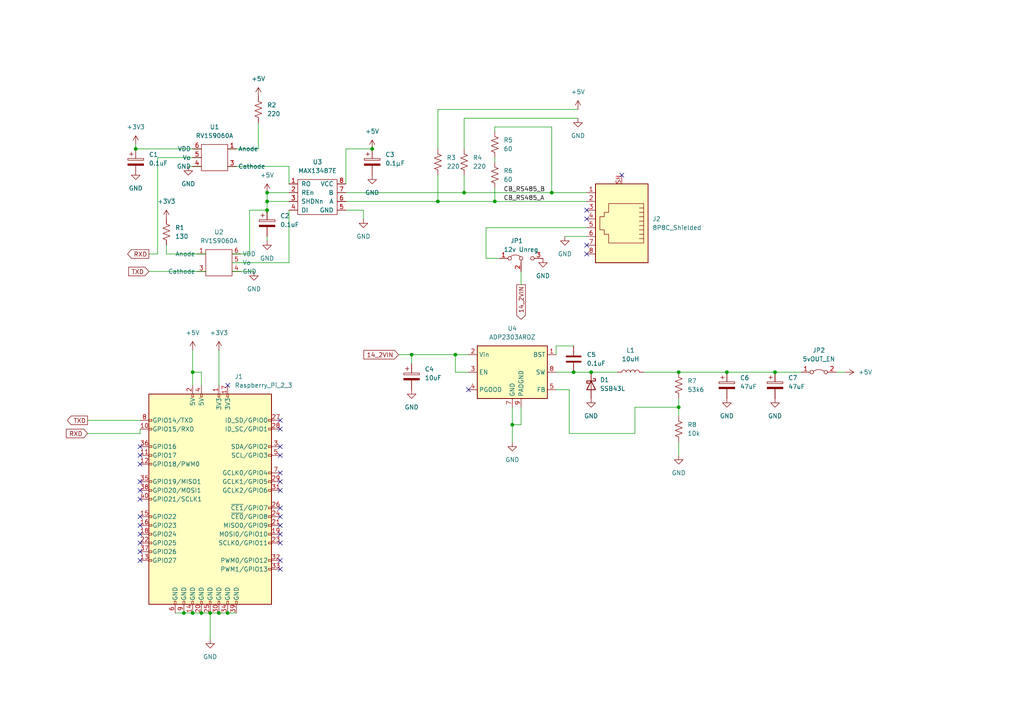
<source format=kicad_sch>
(kicad_sch (version 20211123) (generator eeschema)
  (paper "A4")
  (lib_symbols
    (symbol "Connector:8P8C_Shielded" (pin_names (offset 1.016))
      (property "Reference" "J" (at -5.08 13.97 0))
      (property "Value" "8P8C_Shielded" (at 2.54 13.97 0))
      (symbol "8P8C_Shielded_0_1"
        (polyline (pts (xy -5.08 4.445) (xy -6.35 4.445)))
        (polyline (pts (xy -5.08 5.715) (xy -6.35 5.715)))
        (polyline (pts (xy -6.35 -3.175) (xy -5.08 -3.175) (xy -5.08 -3.175)))
        (polyline (pts (xy -6.35 -1.905) (xy -5.08 -1.905) (xy -5.08 -1.905)))
        (polyline (pts (xy -6.35 -0.635) (xy -5.08 -0.635) (xy -5.08 -0.635)))
        (polyline (pts (xy -6.35 0.635) (xy -5.08 0.635) (xy -5.08 0.635)))
        (polyline (pts (xy -6.35 1.905) (xy -5.08 1.905) (xy -5.08 1.905)))
        (polyline (pts (xy -5.08 3.175) (xy -6.35 3.175) (xy -6.35 3.175)))
        (polyline (pts (xy -6.35 -4.445) (xy -6.35 6.985) (xy 3.81 6.985) (xy 3.81 4.445) (xy 5.08 4.445) (xy 5.08 3.175) (xy 6.35 3.175) (xy 6.35 -0.635) (xy 5.08 -0.635) (xy 5.08 -1.905) (xy 3.81 -1.905) (xy 3.81 -4.445) (xy -6.35 -4.445) (xy -6.35 -4.445)))
        (rectangle (start 7.62 12.7) (end -7.62 -10.16) (stroke (width 0.254)) (fill (type background)))
      )
      (symbol "8P8C_Shielded_1_1"
        (pin passive line (at 10.16 -7.62 180) (length 2.54) (name "~") (number "1"))
        (pin passive line (at 10.16 -5.08 180) (length 2.54) (name "~") (number "2"))
        (pin passive line (at 10.16 -2.54 180) (length 2.54) (name "~") (number "3"))
        (pin passive line (at 10.16 0 180) (length 2.54) (name "~") (number "4"))
        (pin passive line (at 10.16 2.54 180) (length 2.54) (name "~") (number "5"))
        (pin passive line (at 10.16 5.08 180) (length 2.54) (name "~") (number "6"))
        (pin passive line (at 10.16 7.62 180) (length 2.54) (name "~") (number "7"))
        (pin passive line (at 10.16 10.16 180) (length 2.54) (name "~") (number "8"))
        (pin passive line (at 0 -12.7 90) (length 2.54) (name "~") (number "SH"))
      )
    )
    (symbol "Connector:Raspberry_Pi_2_3" (pin_names (offset 1.016))
      (property "Reference" "J" (at -17.78 31.75 0))
      (property "Value" "Raspberry_Pi_2_3" (at 10.16 -31.75 0))
      (symbol "Raspberry_Pi_2_3_0_1"
        (rectangle (start -17.78 30.48) (end 17.78 -30.48) (stroke (width 0.254)) (fill (type background)))
      )
      (symbol "Raspberry_Pi_2_3_1_1"
        (rectangle (start -16.891 -17.526) (end -17.78 -18.034))
        (rectangle (start -16.891 -14.986) (end -17.78 -15.494))
        (rectangle (start -16.891 -12.446) (end -17.78 -12.954))
        (rectangle (start -16.891 -9.906) (end -17.78 -10.414))
        (rectangle (start -16.891 -7.366) (end -17.78 -7.874))
        (rectangle (start -16.891 -4.826) (end -17.78 -5.334))
        (rectangle (start -16.891 0.254) (end -17.78 -0.254))
        (rectangle (start -16.891 2.794) (end -17.78 2.286))
        (rectangle (start -16.891 5.334) (end -17.78 4.826))
        (rectangle (start -16.891 10.414) (end -17.78 9.906))
        (rectangle (start -16.891 12.954) (end -17.78 12.446))
        (rectangle (start -16.891 15.494) (end -17.78 14.986))
        (rectangle (start -16.891 20.574) (end -17.78 20.066))
        (rectangle (start -16.891 23.114) (end -17.78 22.606))
        (rectangle (start -10.414 -29.591) (end -9.906 -30.48))
        (rectangle (start -7.874 -29.591) (end -7.366 -30.48))
        (rectangle (start -5.334 -29.591) (end -4.826 -30.48))
        (rectangle (start -5.334 30.48) (end -4.826 29.591))
        (rectangle (start -2.794 -29.591) (end -2.286 -30.48))
        (rectangle (start -2.794 30.48) (end -2.286 29.591))
        (rectangle (start -0.254 -29.591) (end 0.254 -30.48))
        (rectangle (start 2.286 -29.591) (end 2.794 -30.48))
        (rectangle (start 2.286 30.48) (end 2.794 29.591))
        (rectangle (start 4.826 -29.591) (end 5.334 -30.48))
        (rectangle (start 4.826 30.48) (end 5.334 29.591))
        (rectangle (start 7.366 -29.591) (end 7.874 -30.48))
        (rectangle (start 17.78 -20.066) (end 16.891 -20.574))
        (rectangle (start 17.78 -17.526) (end 16.891 -18.034))
        (rectangle (start 17.78 -12.446) (end 16.891 -12.954))
        (rectangle (start 17.78 -9.906) (end 16.891 -10.414))
        (rectangle (start 17.78 -7.366) (end 16.891 -7.874))
        (rectangle (start 17.78 -4.826) (end 16.891 -5.334))
        (rectangle (start 17.78 -2.286) (end 16.891 -2.794))
        (rectangle (start 17.78 2.794) (end 16.891 2.286))
        (rectangle (start 17.78 5.334) (end 16.891 4.826))
        (rectangle (start 17.78 7.874) (end 16.891 7.366))
        (rectangle (start 17.78 12.954) (end 16.891 12.446))
        (rectangle (start 17.78 15.494) (end 16.891 14.986))
        (rectangle (start 17.78 20.574) (end 16.891 20.066))
        (rectangle (start 17.78 23.114) (end 16.891 22.606))
        (pin power_in line (at 2.54 33.02 270) (length 2.54) (name "3V3") (number "1"))
        (pin bidirectional line (at -20.32 20.32 0) (length 2.54) (name "GPIO15/RXD") (number "10"))
        (pin bidirectional line (at -20.32 12.7 0) (length 2.54) (name "GPIO17") (number "11"))
        (pin bidirectional line (at -20.32 10.16 0) (length 2.54) (name "GPIO18/PWM0") (number "12"))
        (pin bidirectional line (at -20.32 -17.78 0) (length 2.54) (name "GPIO27") (number "13"))
        (pin power_in line (at -5.08 -33.02 90) (length 2.54) (name "GND") (number "14"))
        (pin bidirectional line (at -20.32 -5.08 0) (length 2.54) (name "GPIO22") (number "15"))
        (pin bidirectional line (at -20.32 -7.62 0) (length 2.54) (name "GPIO23") (number "16"))
        (pin power_in line (at 5.08 33.02 270) (length 2.54) (name "3V3") (number "17"))
        (pin bidirectional line (at -20.32 -10.16 0) (length 2.54) (name "GPIO24") (number "18"))
        (pin bidirectional line (at 20.32 -10.16 180) (length 2.54) (name "MOSI0/GPIO10") (number "19"))
        (pin power_in line (at -5.08 33.02 270) (length 2.54) (name "5V") (number "2"))
        (pin power_in line (at -2.54 -33.02 90) (length 2.54) (name "GND") (number "20"))
        (pin bidirectional line (at 20.32 -7.62 180) (length 2.54) (name "MISO0/GPIO9") (number "21"))
        (pin bidirectional line (at -20.32 -12.7 0) (length 2.54) (name "GPIO25") (number "22"))
        (pin bidirectional line (at 20.32 -12.7 180) (length 2.54) (name "SCLK0/GPIO11") (number "23"))
        (pin bidirectional line (at 20.32 -5.08 180) (length 2.54) (name "~{CE0}/GPIO8") (number "24"))
        (pin power_in line (at 0 -33.02 90) (length 2.54) (name "GND") (number "25"))
        (pin bidirectional line (at 20.32 -2.54 180) (length 2.54) (name "~{CE1}/GPIO7") (number "26"))
        (pin bidirectional line (at 20.32 22.86 180) (length 2.54) (name "ID_SD/GPIO0") (number "27"))
        (pin bidirectional line (at 20.32 20.32 180) (length 2.54) (name "ID_SC/GPIO1") (number "28"))
        (pin bidirectional line (at 20.32 5.08 180) (length 2.54) (name "GCLK1/GPIO5") (number "29"))
        (pin bidirectional line (at 20.32 15.24 180) (length 2.54) (name "SDA/GPIO2") (number "3"))
        (pin power_in line (at 2.54 -33.02 90) (length 2.54) (name "GND") (number "30"))
        (pin bidirectional line (at 20.32 2.54 180) (length 2.54) (name "GCLK2/GPIO6") (number "31"))
        (pin bidirectional line (at 20.32 -17.78 180) (length 2.54) (name "PWM0/GPIO12") (number "32"))
        (pin bidirectional line (at 20.32 -20.32 180) (length 2.54) (name "PWM1/GPIO13") (number "33"))
        (pin power_in line (at 5.08 -33.02 90) (length 2.54) (name "GND") (number "34"))
        (pin bidirectional line (at -20.32 5.08 0) (length 2.54) (name "GPIO19/MISO1") (number "35"))
        (pin bidirectional line (at -20.32 15.24 0) (length 2.54) (name "GPIO16") (number "36"))
        (pin bidirectional line (at -20.32 -15.24 0) (length 2.54) (name "GPIO26") (number "37"))
        (pin bidirectional line (at -20.32 2.54 0) (length 2.54) (name "GPIO20/MOSI1") (number "38"))
        (pin power_in line (at 7.62 -33.02 90) (length 2.54) (name "GND") (number "39"))
        (pin power_in line (at -2.54 33.02 270) (length 2.54) (name "5V") (number "4"))
        (pin bidirectional line (at -20.32 0 0) (length 2.54) (name "GPIO21/SCLK1") (number "40"))
        (pin bidirectional line (at 20.32 12.7 180) (length 2.54) (name "SCL/GPIO3") (number "5"))
        (pin power_in line (at -10.16 -33.02 90) (length 2.54) (name "GND") (number "6"))
        (pin bidirectional line (at 20.32 7.62 180) (length 2.54) (name "GCLK0/GPIO4") (number "7"))
        (pin bidirectional line (at -20.32 22.86 0) (length 2.54) (name "GPIO14/TXD") (number "8"))
        (pin power_in line (at -7.62 -33.02 90) (length 2.54) (name "GND") (number "9"))
      )
    )
    (symbol "CustomComponents:MAX13487E" (pin_names (offset 1.016))
      (property "Reference" "U?" (at 5.715 19.05 0))
      (property "Value" "MAX13487E" (at 5.715 16.51 0))
      (symbol "MAX13487E_0_1"
        (rectangle (start 0 13.97) (end 11.43 3.81))
      )
      (symbol "MAX13487E_1_1"
        (pin input line (at -2.54 12.7 0) (length 2.54) (name "RO") (number "1"))
        (pin input line (at -2.54 10.16 0) (length 2.54) (name "REn") (number "2"))
        (pin input line (at -2.54 7.62 0) (length 2.54) (name "SHDNn") (number "3"))
        (pin input line (at -2.54 5.08 0) (length 2.54) (name "DI") (number "4"))
        (pin input line (at 13.97 5.08 180) (length 2.54) (name "GND") (number "5"))
        (pin input line (at 13.97 7.62 180) (length 2.54) (name "A") (number "6"))
        (pin input line (at 13.97 10.16 180) (length 2.54) (name "B") (number "7"))
        (pin input line (at 13.97 12.7 180) (length 2.54) (name "VCC") (number "8"))
      )
    )
    (symbol "CustomComponents:RV1S9060A"
      (property "Reference" "U?" (at 0 16.51 0))
      (property "Value" "RV1S9060A" (at 0 13.97 0))
      (symbol "RV1S9060A_0_1"
        (rectangle (start -3.81 11.43) (end 3.81 3.81))
      )
      (symbol "RV1S9060A_1_1"
        (pin input line (at -3.81 10.16 180) (length 2.54) (name "Anode") (number "1"))
        (pin input line (at -3.81 5.08 180) (length 2.54) (name "Cathode") (number "3"))
        (pin power_in line (at 3.81 5.08 0) (length 2.54) (name "GND") (number "4"))
        (pin output line (at 3.81 7.62 0) (length 2.54) (name "Vo") (number "5"))
        (pin power_in line (at 3.81 10.16 0) (length 2.54) (name "VDD") (number "6"))
      )
    )
    (symbol "Device:C" (pin_numbers hide) (pin_names (offset 0.254))
      (property "Reference" "C" (at 0.635 2.54 0))
      (property "Value" "C" (at 0.635 -2.54 0))
      (symbol "C_0_1"
        (polyline (pts (xy -2.032 -0.762) (xy 2.032 -0.762)) (stroke (width 0.508)))
        (polyline (pts (xy -2.032 0.762) (xy 2.032 0.762)) (stroke (width 0.508)))
      )
      (symbol "C_1_1"
        (pin passive line (at 0 3.81 270) (length 2.794) (name "~") (number "1"))
        (pin passive line (at 0 -3.81 90) (length 2.794) (name "~") (number "2"))
      )
    )
    (symbol "Device:C_Polarized" (pin_numbers hide) (pin_names (offset 0.254))
      (property "Reference" "C" (at 0.635 2.54 0))
      (property "Value" "C_Polarized" (at 0.635 -2.54 0))
      (symbol "C_Polarized_0_1"
        (rectangle (start -2.286 0.508) (end 2.286 1.016))
        (polyline (pts (xy -1.778 2.286) (xy -0.762 2.286)))
        (polyline (pts (xy -1.27 2.794) (xy -1.27 1.778)))
        (rectangle (start 2.286 -0.508) (end -2.286 -1.016) (fill (type outline)))
      )
      (symbol "C_Polarized_1_1"
        (pin passive line (at 0 3.81 270) (length 2.794) (name "~") (number "1"))
        (pin passive line (at 0 -3.81 90) (length 2.794) (name "~") (number "2"))
      )
    )
    (symbol "Device:D_Schottky" (pin_numbers hide) (pin_names (offset 1.016) hide)
      (property "Reference" "D" (at 0 2.54 0))
      (property "Value" "D_Schottky" (at 0 -2.54 0))
      (symbol "D_Schottky_0_1"
        (polyline (pts (xy 1.27 0) (xy -1.27 0)))
        (polyline (pts (xy 1.27 1.27) (xy 1.27 -1.27) (xy -1.27 0) (xy 1.27 1.27)) (stroke (width 0.254)))
        (polyline (pts (xy -1.905 0.635) (xy -1.905 1.27) (xy -1.27 1.27) (xy -1.27 -1.27) (xy -0.635 -1.27) (xy -0.635 -0.635)) (stroke (width 0.254)))
      )
      (symbol "D_Schottky_1_1"
        (pin passive line (at -3.81 0 0) (length 2.54) (name "K") (number "1"))
        (pin passive line (at 3.81 0 180) (length 2.54) (name "A") (number "2"))
      )
    )
    (symbol "Device:L" (pin_numbers hide) (pin_names (offset 1.016) hide)
      (property "Reference" "L" (at -1.27 0 90))
      (property "Value" "L" (at 1.905 0 90))
      (symbol "L_0_1"
        (arc (start 0 -2.54) (mid 0.635 -1.905) (end 0 -1.27))
        (arc (start 0 -1.27) (mid 0.635 -0.635) (end 0 0))
        (arc (start 0 0) (mid 0.635 0.635) (end 0 1.27))
        (arc (start 0 1.27) (mid 0.635 1.905) (end 0 2.54))
      )
      (symbol "L_1_1"
        (pin passive line (at 0 3.81 270) (length 1.27) (name "1") (number "1"))
        (pin passive line (at 0 -3.81 90) (length 1.27) (name "2") (number "2"))
      )
    )
    (symbol "Device:R_US" (pin_numbers hide) (pin_names (offset 0))
      (property "Reference" "R" (at 2.54 0 90))
      (property "Value" "R_US" (at -2.54 0 90))
      (symbol "R_US_0_1"
        (polyline (pts (xy 0 -2.286) (xy 0 -2.54)))
        (polyline (pts (xy 0 2.286) (xy 0 2.54)))
        (polyline (pts (xy 0 -0.762) (xy 1.016 -1.143) (xy 0 -1.524) (xy -1.016 -1.905) (xy 0 -2.286)))
        (polyline (pts (xy 0 0.762) (xy 1.016 0.381) (xy 0 0) (xy -1.016 -0.381) (xy 0 -0.762)))
        (polyline (pts (xy 0 2.286) (xy 1.016 1.905) (xy 0 1.524) (xy -1.016 1.143) (xy 0 0.762)))
      )
      (symbol "R_US_1_1"
        (pin passive line (at 0 3.81 270) (length 1.27) (name "~") (number "1"))
        (pin passive line (at 0 -3.81 90) (length 1.27) (name "~") (number "2"))
      )
    )
    (symbol "Jumper:Jumper_2_Bridged" (pin_names (offset 0) hide)
      (property "Reference" "JP" (at 0 1.905 0))
      (property "Value" "Jumper_2_Bridged" (at 0 -2.54 0))
      (symbol "Jumper_2_Bridged_0_0"
        (circle (center -2.032 0) (radius 0.508))
        (circle (center 2.032 0) (radius 0.508))
      )
      (symbol "Jumper_2_Bridged_0_1"
        (arc (start 1.524 0.254) (mid 0 0.762) (end -1.524 0.254))
      )
      (symbol "Jumper_2_Bridged_1_1"
        (pin passive line (at -5.08 0 0) (length 2.54) (name "A") (number "1"))
        (pin passive line (at 5.08 0 180) (length 2.54) (name "B") (number "2"))
      )
    )
    (symbol "Jumper:Jumper_3_Bridged12" (pin_names (offset 0) hide)
      (property "Reference" "JP" (at -2.54 -2.54 0))
      (property "Value" "Jumper_3_Bridged12" (at 0 2.794 0))
      (symbol "Jumper_3_Bridged12_0_0"
        (circle (center -3.302 0) (radius 0.508))
        (circle (center 0 0) (radius 0.508))
        (circle (center 3.302 0) (radius 0.508))
      )
      (symbol "Jumper_3_Bridged12_0_1"
        (arc (start -0.254 0.508) (mid -1.651 0.9912) (end -3.048 0.508))
        (polyline (pts (xy 0 -1.27) (xy 0 -0.508)))
      )
      (symbol "Jumper_3_Bridged12_1_1"
        (pin passive line (at -6.35 0 0) (length 2.54) (name "A") (number "1"))
        (pin passive line (at 0 -3.81 90) (length 2.54) (name "C") (number "2"))
        (pin passive line (at 6.35 0 180) (length 2.54) (name "B") (number "3"))
      )
    )
    (symbol "RV1S9060A_1"
      (property "Reference" "U?" (at 0 16.51 0))
      (property "Value" "RV1S9060A_1" (at 0 13.97 0))
      (symbol "RV1S9060A_1_0_1"
        (rectangle (start -3.81 11.43) (end 3.81 3.81))
      )
      (symbol "RV1S9060A_1_1_1"
        (pin input line (at -3.81 10.16 180) (length 2.54) (name "Anode") (number "1"))
        (pin input line (at -3.81 5.08 180) (length 2.54) (name "Cathode") (number "3"))
        (pin power_in line (at 3.81 5.08 0) (length 2.54) (name "GND") (number "4"))
        (pin output line (at 3.81 7.62 0) (length 2.54) (name "Vo") (number "5"))
        (pin power_in line (at 3.81 10.16 0) (length 2.54) (name "VDD") (number "6"))
      )
    )
    (symbol "Regulator_Switching:ADP2302ARDZ"
      (property "Reference" "U" (at -10.16 8.89 0))
      (property "Value" "ADP2302ARDZ" (at -3.81 8.89 0))
      (symbol "ADP2302ARDZ_0_1"
        (rectangle (start -10.16 7.62) (end 10.16 -7.62) (stroke (width 0.254)) (fill (type background)))
      )
      (symbol "ADP2302ARDZ_1_1"
        (pin input line (at 12.7 5.08 180) (length 2.54) (name "BST") (number "1"))
        (pin power_in line (at -12.7 5.08 0) (length 2.54) (name "Vin") (number "2"))
        (pin input line (at -12.7 0 0) (length 2.54) (name "EN") (number "3"))
        (pin output line (at -12.7 -5.08 0) (length 2.54) (name "PGOOD") (number "4"))
        (pin input line (at 12.7 -5.08 180) (length 2.54) (name "FB") (number "5"))
        (pin no_connect line (at -10.16 2.54 0) (length 2.54) hide (name "NC") (number "6"))
        (pin power_in line (at 0 -10.16 90) (length 2.54) (name "GND") (number "7"))
        (pin power_out line (at 12.7 0 180) (length 2.54) (name "SW") (number "8"))
        (pin power_in line (at 2.54 -10.16 90) (length 2.54) (name "PADGND") (number "9"))
      )
    )
    (symbol "power:+3V3" (power) (pin_names (offset 0))
      (property "Value" "+3V3" (at 0 3.556 0))
      (symbol "+3V3_0_1"
        (polyline (pts (xy -0.762 1.27) (xy 0 2.54)))
        (polyline (pts (xy 0 0) (xy 0 2.54)))
        (polyline (pts (xy 0 2.54) (xy 0.762 1.27)))
      )
      (symbol "+3V3_1_1"
        (pin power_in line (at 0 0 90) (length 0) hide (name "+3V3") (number "1"))
      )
    )
    (symbol "power:+5V" (power) (pin_names (offset 0))
      (property "Value" "+5V" (at 0 3.556 0))
      (symbol "+5V_0_1"
        (polyline (pts (xy -0.762 1.27) (xy 0 2.54)))
        (polyline (pts (xy 0 0) (xy 0 2.54)))
        (polyline (pts (xy 0 2.54) (xy 0.762 1.27)))
      )
      (symbol "+5V_1_1"
        (pin power_in line (at 0 0 90) (length 0) hide (name "+5V") (number "1"))
      )
    )
    (symbol "power:GND" (power) (pin_names (offset 0))
      (property "Value" "GND" (at 0 -3.81 0))
      (symbol "GND_0_1"
        (polyline (pts (xy 0 0) (xy 0 -1.27) (xy 1.27 -1.27) (xy 0 -2.54) (xy -1.27 -1.27) (xy 0 -1.27)))
      )
      (symbol "GND_1_1"
        (pin power_in line (at 0 0 270) (length 0) hide (name "GND") (number "1"))
      )
    )
  )
  (junction (at 143.51 58.42))
  (junction (at 119.38 102.87))
  (junction (at 77.47 60.96))
  (junction (at 127 58.42))
  (junction (at 210.82 107.95))
  (junction (at 53.34 177.8))
  (junction (at 77.47 55.88))
  (junction (at 171.45 107.95))
  (junction (at 196.85 118.11))
  (junction (at 63.5 177.8))
  (junction (at 60.96 177.8))
  (junction (at 66.04 177.8))
  (junction (at 58.42 177.8))
  (junction (at 160.02 55.88))
  (junction (at 134.62 55.88))
  (junction (at 107.95 43.18))
  (junction (at 55.88 107.95))
  (junction (at 55.88 177.8))
  (junction (at 224.79 107.95))
  (junction (at 196.85 107.95))
  (junction (at 166.37 107.95))
  (junction (at 148.59 123.19))
  (junction (at 132.08 102.87))
  (junction (at 77.47 58.42))
  (junction (at 39.37 43.18))
  (no_connect (at 170.18 60.96))
  (no_connect (at 170.18 63.5))
  (no_connect (at 170.18 71.12))
  (no_connect (at 170.18 73.66))
  (no_connect (at 180.34 50.8))
  (no_connect (at 66.04 111.76))
  (no_connect (at 81.28 139.7))
  (no_connect (at 81.28 142.24))
  (no_connect (at 81.28 147.32))
  (no_connect (at 81.28 149.86))
  (no_connect (at 81.28 152.4))
  (no_connect (at 81.28 154.94))
  (no_connect (at 81.28 157.48))
  (no_connect (at 81.28 162.56))
  (no_connect (at 81.28 165.1))
  (no_connect (at 40.64 162.56))
  (no_connect (at 40.64 160.02))
  (no_connect (at 40.64 157.48))
  (no_connect (at 40.64 154.94))
  (no_connect (at 40.64 152.4))
  (no_connect (at 40.64 149.86))
  (no_connect (at 40.64 144.78))
  (no_connect (at 40.64 142.24))
  (no_connect (at 40.64 139.7))
  (no_connect (at 81.28 121.92))
  (no_connect (at 81.28 124.46))
  (no_connect (at 81.28 129.54))
  (no_connect (at 81.28 132.08))
  (no_connect (at 81.28 137.16))
  (no_connect (at 40.64 129.54))
  (no_connect (at 40.64 134.62))
  (no_connect (at 40.64 132.08))
  (no_connect (at 135.89 113.03))
  (wire (pts (xy 58.42 177.8) (xy 60.96 177.8)))
  (wire (pts (xy 151.13 123.19) (xy 148.59 123.19)))
  (wire (pts (xy 25.4 121.92) (xy 40.64 121.92)))
  (wire (pts (xy 143.51 54.61) (xy 143.51 58.42)))
  (wire (pts (xy 127 58.42) (xy 143.51 58.42)))
  (wire (pts (xy 55.88 177.8) (xy 58.42 177.8)))
  (wire (pts (xy 83.82 53.34) (xy 83.82 48.26)))
  (wire (pts (xy 134.62 34.29) (xy 134.62 43.18)))
  (wire (pts (xy 165.1 125.73) (xy 184.15 125.73)))
  (wire (pts (xy 100.33 60.96) (xy 105.41 60.96)))
  (wire (pts (xy 50.8 177.8) (xy 53.34 177.8)))
  (wire (pts (xy 184.15 118.11) (xy 196.85 118.11)))
  (wire (pts (xy 55.88 101.6) (xy 55.88 107.95)))
  (wire (pts (xy 161.29 113.03) (xy 165.1 113.03)))
  (wire (pts (xy 25.4 125.73) (xy 40.64 125.73)))
  (wire (pts (xy 140.97 74.93) (xy 144.78 74.93)))
  (wire (pts (xy 72.39 60.96) (xy 72.39 73.66)))
  (wire (pts (xy 163.83 68.58) (xy 170.18 68.58)))
  (wire (pts (xy 132.08 107.95) (xy 132.08 102.87)))
  (wire (pts (xy 143.51 36.83) (xy 160.02 36.83)))
  (wire (pts (xy 77.47 60.96) (xy 77.47 58.42)))
  (wire (pts (xy 77.47 55.88) (xy 83.82 55.88)))
  (wire (pts (xy 83.82 48.26) (xy 66.04 48.26)))
  (wire (pts (xy 67.31 78.74) (xy 73.66 78.74)))
  (wire (pts (xy 151.13 118.11) (xy 151.13 123.19)))
  (wire (pts (xy 67.31 76.2) (xy 83.82 76.2)))
  (wire (pts (xy 63.5 101.6) (xy 63.5 111.76)))
  (wire (pts (xy 48.26 71.12) (xy 48.26 73.66)))
  (wire (pts (xy 171.45 107.95) (xy 179.07 107.95)))
  (wire (pts (xy 60.96 177.8) (xy 60.96 185.42)))
  (wire (pts (xy 58.42 107.95) (xy 55.88 107.95)))
  (wire (pts (xy 100.33 43.18) (xy 100.33 53.34)))
  (wire (pts (xy 143.51 45.72) (xy 143.51 46.99)))
  (wire (pts (xy 186.69 107.95) (xy 196.85 107.95)))
  (wire (pts (xy 119.38 102.87) (xy 119.38 105.41)))
  (wire (pts (xy 74.93 35.56) (xy 74.93 43.18)))
  (wire (pts (xy 210.82 107.95) (xy 224.79 107.95)))
  (wire (pts (xy 148.59 118.11) (xy 148.59 123.19)))
  (wire (pts (xy 72.39 73.66) (xy 67.31 73.66)))
  (wire (pts (xy 127 31.75) (xy 167.64 31.75)))
  (wire (pts (xy 151.13 78.74) (xy 151.13 82.55)))
  (wire (pts (xy 134.62 34.29) (xy 167.64 34.29)))
  (wire (pts (xy 140.97 66.04) (xy 170.18 66.04)))
  (wire (pts (xy 160.02 55.88) (xy 170.18 55.88)))
  (wire (pts (xy 77.47 60.96) (xy 72.39 60.96)))
  (wire (pts (xy 184.15 125.73) (xy 184.15 118.11)))
  (wire (pts (xy 45.72 73.66) (xy 45.72 45.72)))
  (wire (pts (xy 148.59 123.19) (xy 148.59 128.27)))
  (wire (pts (xy 242.57 107.95) (xy 245.11 107.95)))
  (wire (pts (xy 107.95 43.18) (xy 100.33 43.18)))
  (wire (pts (xy 63.5 177.8) (xy 66.04 177.8)))
  (wire (pts (xy 132.08 102.87) (xy 135.89 102.87)))
  (wire (pts (xy 196.85 107.95) (xy 210.82 107.95)))
  (wire (pts (xy 127 43.18) (xy 127 31.75)))
  (wire (pts (xy 58.42 43.18) (xy 39.37 43.18)))
  (wire (pts (xy 196.85 128.27) (xy 196.85 132.08)))
  (wire (pts (xy 77.47 62.23) (xy 77.47 60.96)))
  (wire (pts (xy 115.57 102.87) (xy 119.38 102.87)))
  (wire (pts (xy 196.85 115.57) (xy 196.85 118.11)))
  (wire (pts (xy 119.38 102.87) (xy 132.08 102.87)))
  (wire (pts (xy 165.1 113.03) (xy 165.1 125.73)))
  (wire (pts (xy 53.34 177.8) (xy 55.88 177.8)))
  (wire (pts (xy 166.37 107.95) (xy 171.45 107.95)))
  (wire (pts (xy 39.37 50.8) (xy 39.37 49.53)))
  (wire (pts (xy 100.33 55.88) (xy 134.62 55.88)))
  (wire (pts (xy 66.04 177.8) (xy 68.58 177.8)))
  (wire (pts (xy 43.18 73.66) (xy 45.72 73.66)))
  (wire (pts (xy 140.97 66.04) (xy 140.97 74.93)))
  (wire (pts (xy 105.41 60.96) (xy 105.41 63.5)))
  (wire (pts (xy 161.29 100.33) (xy 166.37 100.33)))
  (wire (pts (xy 134.62 55.88) (xy 160.02 55.88)))
  (wire (pts (xy 143.51 36.83) (xy 143.51 38.1)))
  (wire (pts (xy 45.72 45.72) (xy 58.42 45.72)))
  (wire (pts (xy 77.47 58.42) (xy 77.47 55.88)))
  (wire (pts (xy 74.93 43.18) (xy 66.04 43.18)))
  (wire (pts (xy 39.37 43.18) (xy 39.37 41.91)))
  (wire (pts (xy 58.42 111.76) (xy 58.42 107.95)))
  (wire (pts (xy 135.89 107.95) (xy 132.08 107.95)))
  (wire (pts (xy 127 50.8) (xy 127 58.42)))
  (wire (pts (xy 161.29 102.87) (xy 161.29 100.33)))
  (wire (pts (xy 161.29 107.95) (xy 166.37 107.95)))
  (wire (pts (xy 60.96 177.8) (xy 63.5 177.8)))
  (wire (pts (xy 83.82 76.2) (xy 83.82 60.96)))
  (wire (pts (xy 196.85 118.11) (xy 196.85 120.65)))
  (wire (pts (xy 134.62 50.8) (xy 134.62 55.88)))
  (wire (pts (xy 160.02 36.83) (xy 160.02 55.88)))
  (wire (pts (xy 77.47 58.42) (xy 83.82 58.42)))
  (wire (pts (xy 143.51 58.42) (xy 170.18 58.42)))
  (wire (pts (xy 55.88 107.95) (xy 55.88 111.76)))
  (wire (pts (xy 54.61 48.26) (xy 58.42 48.26)))
  (wire (pts (xy 40.64 125.73) (xy 40.64 124.46)))
  (wire (pts (xy 100.33 58.42) (xy 127 58.42)))
  (wire (pts (xy 48.26 73.66) (xy 59.69 73.66)))
  (wire (pts (xy 224.79 107.95) (xy 232.41 107.95)))
  (wire (pts (xy 43.18 78.74) (xy 59.69 78.74)))
  (wire (pts (xy 77.47 69.85) (xy 77.47 68.58)))
  (label "CB_RS485_A" (at 146.05 58.42 0))
  (label "CB_RS485_B" (at 146.05 55.88 0))
  (global_label "RXD" (shape input) (at 25.4 125.73 180) (property "Intersheet References" "${INTERSHEET_REFS}" (effects hide)))
  (global_label "14_2VIN" (shape output) (at 151.13 82.55 270) (property "Intersheet References" "${INTERSHEET_REFS}" (effects hide)))
  (global_label "TXD" (shape input) (at 43.18 78.74 180) (property "Intersheet References" "${INTERSHEET_REFS}" (effects hide)))
  (global_label "TXD" (shape output) (at 25.4 121.92 180) (property "Intersheet References" "${INTERSHEET_REFS}" (effects hide)))
  (global_label "RXD" (shape output) (at 43.18 73.66 180) (property "Intersheet References" "${INTERSHEET_REFS}" (effects hide)))
  (global_label "14_2VIN" (shape input) (at 115.57 102.87 180) (property "Intersheet References" "${INTERSHEET_REFS}" (effects hide)))
  (symbol (lib_id "Device:C") (at 166.37 104.14 180) (unit 1)
    (property "Reference" "C5" (at 170.18 102.8699 0) (effects (justify right)))
    (property "Value" "0.1uF" (at 170.18 105.4099 0) (effects (justify right)))
    (property "Footprint" "Capacitor_SMD:C_1210_3225Metric_Pad1.33x2.70mm_HandSolder" (effects hide))
  )
  (symbol (lib_id "power:GND") (at 54.61 48.26 0) (unit 1)
    (property "Reference" "#PWR04" (effects hide))
    (property "Value" "GND" (at 54.61 53.34 0))
  )
  (symbol (lib_name "RV1S9060A_1") (lib_id "CustomComponents:RV1S9060A") (at 62.23 53.34 0) (mirror y) (unit 1)
    (property "Reference" "U1" (at 62.23 36.83 0))
    (property "Value" "RV1S9060A" (at 62.23 39.37 0))
    (property "Footprint" "Package_SO:SO-5_4.4x3.6mm_P1.27mm" (effects hide))
    (property "Datasheet" "https://au.mouser.com/datasheet/2/698/REN_r08ds0168ej0101_rv1s9060a_DST_20200306-2930955.pdf" (effects hide))
  )
  (symbol (lib_id "Jumper:Jumper_3_Bridged12") (at 151.13 74.93 0) (unit 1)
    (property "Reference" "JP1" (at 149.86 69.85 0))
    (property "Value" "12v Unreg" (at 151.13 72.39 0))
    (property "Footprint" "Connector_PinHeader_2.54mm:PinHeader_1x03_P2.54mm_Vertical" (effects hide))
  )
  (symbol (lib_id "power:GND") (at 167.64 34.29 0) (unit 1)
    (property "Reference" "#PWR019" (effects hide))
    (property "Value" "GND" (at 167.64 39.37 0))
  )
  (symbol (lib_id "power:GND") (at 77.47 69.85 0) (unit 1)
    (property "Reference" "#PWR011" (effects hide))
    (property "Value" "GND" (at 77.47 74.93 0))
  )
  (symbol (lib_id "Device:R_US") (at 127 46.99 180) (unit 1)
    (property "Reference" "R3" (at 129.54 45.7199 0) (effects (justify right)))
    (property "Value" "220" (at 129.54 48.2599 0) (effects (justify right)))
    (property "Footprint" "Resistor_SMD:R_1210_3225Metric_Pad1.30x2.65mm_HandSolder" (effects hide))
  )
  (symbol (lib_id "Device:R_US") (at 143.51 50.8 0) (unit 1)
    (property "Reference" "R6" (at 146.05 49.5299 0) (effects (justify left)))
    (property "Value" "60" (at 146.05 52.0699 0) (effects (justify left)))
    (property "Footprint" "Resistor_SMD:R_1210_3225Metric_Pad1.30x2.65mm_HandSolder" (effects hide))
  )
  (symbol (lib_id "power:GND") (at 39.37 49.53 0) (unit 1)
    (property "Reference" "#PWR02" (effects hide))
    (property "Value" "GND" (at 39.37 54.61 0))
  )
  (symbol (lib_id "Jumper:Jumper_2_Bridged") (at 237.49 107.95 0) (unit 1)
    (property "Reference" "JP2" (at 237.49 101.6 0))
    (property "Value" "5vOUT_EN" (at 237.49 104.14 0))
    (property "Footprint" "Connector_PinHeader_2.54mm:PinHeader_2x01_P2.54mm_Vertical" (effects hide))
  )
  (symbol (lib_id "Device:C_Polarized") (at 77.47 64.77 0) (unit 1)
    (property "Reference" "C2" (at 81.28 62.6109 0) (effects (justify left)))
    (property "Value" "0.1uF" (at 81.28 65.1509 0) (effects (justify left)))
    (property "Footprint" "Capacitor_SMD:C_1210_3225Metric_Pad1.33x2.70mm_HandSolder" (effects hide))
  )
  (symbol (lib_id "Device:C_Polarized") (at 224.79 111.76 0) (unit 1)
    (property "Reference" "C7" (at 228.6 109.6009 0) (effects (justify left)))
    (property "Value" "47uF" (at 228.6 112.1409 0) (effects (justify left)))
    (property "Footprint" "Capacitor_SMD:C_1210_3225Metric_Pad1.33x2.70mm_HandSolder" (effects hide))
  )
  (symbol (lib_id "power:+5V") (at 77.47 55.88 0) (unit 1)
    (property "Reference" "#PWR010" (effects hide))
    (property "Value" "+5V" (at 77.47 50.8 0))
  )
  (symbol (lib_id "Device:R_US") (at 134.62 46.99 0) (unit 1)
    (property "Reference" "R4" (at 137.16 45.7199 0) (effects (justify left)))
    (property "Value" "220" (at 137.16 48.2599 0) (effects (justify left)))
    (property "Footprint" "Resistor_SMD:R_1210_3225Metric_Pad1.30x2.65mm_HandSolder" (effects hide))
  )
  (symbol (lib_id "Connector:8P8C_Shielded") (at 180.34 63.5 180) (unit 1)
    (property "Reference" "J2" (at 189.23 63.4999 0) (effects (justify right)))
    (property "Value" "8P8C_Shielded" (at 189.23 66.0399 0) (effects (justify right)))
    (property "Footprint" "Connector_RJ:RJ45_Wuerth_615008142621_Horizontal" (effects hide))
  )
  (symbol (lib_id "power:GND") (at 210.82 115.57 0) (unit 1)
    (property "Reference" "#PWR022" (effects hide))
    (property "Value" "GND" (at 210.82 120.65 0))
  )
  (symbol (lib_id "Device:C_Polarized") (at 119.38 109.22 0) (unit 1)
    (property "Reference" "C4" (at 123.19 107.0609 0) (effects (justify left)))
    (property "Value" "10uF" (at 123.19 109.6009 0) (effects (justify left)))
    (property "Footprint" "Capacitor_SMD:C_1210_3225Metric_Pad1.33x2.70mm_HandSolder" (effects hide))
  )
  (symbol (lib_id "CustomComponents:RV1S9060A") (at 63.5 83.82 0) (unit 1)
    (property "Reference" "U2" (at 63.5 67.31 0))
    (property "Value" "RV1S9060A" (at 63.5 69.85 0))
    (property "Footprint" "Package_SO:SO-5_4.4x3.6mm_P1.27mm" (effects hide))
    (property "Datasheet" "https://au.mouser.com/datasheet/2/698/REN_r08ds0168ej0101_rv1s9060a_DST_20200306-2930955.pdf" (effects hide))
  )
  (symbol (lib_id "Device:R_US") (at 48.26 67.31 0) (unit 1)
    (property "Reference" "R1" (at 50.8 66.0399 0) (effects (justify left)))
    (property "Value" "130" (at 50.8 68.5799 0) (effects (justify left)))
    (property "Footprint" "Resistor_SMD:R_1210_3225Metric_Pad1.30x2.65mm_HandSolder" (effects hide))
  )
  (symbol (lib_id "power:GND") (at 107.95 50.8 0) (unit 1)
    (property "Reference" "#PWR014" (effects hide))
    (property "Value" "GND" (at 107.95 55.88 0))
  )
  (symbol (lib_id "power:+5V") (at 167.64 31.75 0) (unit 1)
    (property "Reference" "#PWR018" (effects hide))
    (property "Value" "+5V" (at 167.64 26.67 0))
  )
  (symbol (lib_id "Device:C_Polarized") (at 39.37 46.99 0) (unit 1)
    (property "Reference" "C1" (at 43.18 44.8309 0) (effects (justify left)))
    (property "Value" "0.1uF" (at 43.18 47.3709 0) (effects (justify left)))
    (property "Footprint" "Capacitor_SMD:C_1210_3225Metric_Pad1.33x2.70mm_HandSolder" (effects hide))
  )
  (symbol (lib_id "power:+3V3") (at 39.37 41.91 0) (unit 1)
    (property "Reference" "#PWR0101" (effects hide))
    (property "Value" "+3V3" (at 39.37 36.83 0))
  )
  (symbol (lib_id "power:GND") (at 196.85 132.08 0) (unit 1)
    (property "Reference" "#PWR021" (effects hide))
    (property "Value" "GND" (at 196.85 137.16 0))
  )
  (symbol (lib_id "power:GND") (at 105.41 63.5 0) (unit 1)
    (property "Reference" "#PWR012" (effects hide))
    (property "Value" "GND" (at 105.41 68.58 0))
  )
  (symbol (lib_id "power:+5V") (at 107.95 43.18 0) (unit 1)
    (property "Reference" "#PWR013" (effects hide))
    (property "Value" "+5V" (at 107.95 38.1 0))
  )
  (symbol (lib_id "power:+5V") (at 74.93 27.94 0) (unit 1)
    (property "Reference" "#PWR0102" (effects hide))
    (property "Value" "+5V" (at 74.93 22.86 0))
  )
  (symbol (lib_id "power:GND") (at 73.66 78.74 0) (unit 1)
    (property "Reference" "#PWR08" (effects hide))
    (property "Value" "GND" (at 73.66 83.82 0))
  )
  (symbol (lib_id "Device:R_US") (at 196.85 124.46 0) (unit 1)
    (property "Reference" "R8" (at 199.39 123.1899 0) (effects (justify left)))
    (property "Value" "10k" (at 199.39 125.7299 0) (effects (justify left)))
    (property "Footprint" "Resistor_SMD:R_1210_3225Metric_Pad1.30x2.65mm_HandSolder" (effects hide))
  )
  (symbol (lib_id "power:+3V3") (at 63.5 101.6 0) (unit 1)
    (property "Reference" "#PWR07" (effects hide))
    (property "Value" "+3V3" (at 63.5 96.52 0))
  )
  (symbol (lib_id "power:GND") (at 157.48 74.93 0) (unit 1)
    (property "Reference" "#PWR01" (effects hide))
    (property "Value" "GND" (at 157.48 80.01 0))
  )
  (symbol (lib_id "Device:C_Polarized") (at 210.82 111.76 0) (unit 1)
    (property "Reference" "C6" (at 214.63 109.6009 0) (effects (justify left)))
    (property "Value" "47uF" (at 214.63 112.1409 0) (effects (justify left)))
    (property "Footprint" "Capacitor_SMD:C_1210_3225Metric_Pad1.33x2.70mm_HandSolder" (effects hide))
  )
  (symbol (lib_id "power:+3V3") (at 48.26 63.5 0) (unit 1)
    (property "Reference" "#PWR03" (effects hide))
    (property "Value" "+3V3" (at 48.26 58.42 0))
  )
  (symbol (lib_id "power:GND") (at 171.45 115.57 0) (unit 1)
    (property "Reference" "#PWR020" (effects hide))
    (property "Value" "GND" (at 171.45 120.65 0))
  )
  (symbol (lib_id "power:GND") (at 224.79 115.57 0) (unit 1)
    (property "Reference" "#PWR023" (effects hide))
    (property "Value" "GND" (at 224.79 120.65 0))
  )
  (symbol (lib_id "Regulator_Switching:ADP2302ARDZ") (at 148.59 107.95 0) (unit 1)
    (property "Reference" "U4" (at 148.59 95.25 0))
    (property "Value" "ADP2303ARDZ" (at 148.59 97.79 0))
    (property "Footprint" "Package_SO:SOIC-8-1EP_3.9x4.9mm_P1.27mm_EP2.29x3mm" (effects hide))
    (property "Datasheet" "https://www.analog.com/media/en/technical-documentation/data-sheets/ADP2302_2303.pdf" (effects hide))
  )
  (symbol (lib_id "power:GND") (at 60.96 185.42 0) (unit 1)
    (property "Reference" "#PWR06" (effects hide))
    (property "Value" "GND" (at 60.96 190.5 0))
  )
  (symbol (lib_id "CustomComponents:MAX13487E") (at 86.36 66.04 0) (unit 1)
    (property "Reference" "U3" (at 92.075 46.99 0))
    (property "Value" "MAX13487E" (at 92.075 49.53 0))
    (property "Footprint" "Package_SO:SO-8_3.9x4.9mm_P1.27mm" (effects hide))
    (property "Datasheet" "https://datasheets.maximintegrated.com/en/ds/MAX13487E-MAX13488E.pdf" (effects hide))
  )
  (symbol (lib_id "Device:R_US") (at 143.51 41.91 0) (unit 1)
    (property "Reference" "R5" (at 146.05 40.6399 0) (effects (justify left)))
    (property "Value" "60" (at 146.05 43.1799 0) (effects (justify left)))
    (property "Footprint" "Resistor_SMD:R_1210_3225Metric_Pad1.30x2.65mm_HandSolder" (effects hide))
  )
  (symbol (lib_id "power:+5V") (at 55.88 101.6 0) (unit 1)
    (property "Reference" "#PWR05" (effects hide))
    (property "Value" "+5V" (at 55.88 96.52 0))
  )
  (symbol (lib_id "Device:R_US") (at 74.93 31.75 0) (unit 1)
    (property "Reference" "R2" (at 77.47 30.4799 0) (effects (justify left)))
    (property "Value" "220" (at 77.47 33.0199 0) (effects (justify left)))
    (property "Footprint" "Resistor_SMD:R_1210_3225Metric_Pad1.30x2.65mm_HandSolder" (effects hide))
  )
  (symbol (lib_id "power:GND") (at 119.38 113.03 0) (unit 1)
    (property "Reference" "#PWR015" (effects hide))
    (property "Value" "GND" (at 119.38 118.11 0))
  )
  (symbol (lib_id "Device:R_US") (at 196.85 111.76 0) (unit 1)
    (property "Reference" "R7" (at 199.39 110.4899 0) (effects (justify left)))
    (property "Value" "53k6" (at 199.39 113.0299 0) (effects (justify left)))
    (property "Footprint" "Resistor_SMD:R_1210_3225Metric_Pad1.30x2.65mm_HandSolder" (effects hide))
  )
  (symbol (lib_id "Connector:Raspberry_Pi_2_3") (at 60.96 144.78 0) (unit 1)
    (property "Reference" "J1" (at 68.0594 109.22 0) (effects (justify left)))
    (property "Value" "Raspberry_Pi_2_3" (at 68.0594 111.76 0) (effects (justify left)))
    (property "Footprint" "Connector_PinHeader_2.54mm:PinHeader_2x20_P2.54mm_Vertical" (effects hide))
    (property "Datasheet" "https://www.raspberrypi.org/documentation/hardware/raspberrypi/schematics/rpi_SCH_3bplus_1p0_reduced.pdf" (effects hide))
  )
  (symbol (lib_id "power:+5V") (at 245.11 107.95 270) (unit 1)
    (property "Reference" "#PWR024" (effects hide))
    (property "Value" "+5V" (at 248.92 107.9499 90) (effects (justify left)))
  )
  (symbol (lib_id "power:GND") (at 148.59 128.27 0) (unit 1)
    (property "Reference" "#PWR016" (effects hide))
    (property "Value" "GND" (at 148.59 133.35 0))
  )
  (symbol (lib_id "Device:L") (at 182.88 107.95 90) (unit 1)
    (property "Reference" "L1" (at 182.88 101.6 90))
    (property "Value" "10uH" (at 182.88 104.14 90))
    (property "Footprint" "Inductor_SMD:L_12x12mm_H8mm" (effects hide))
  )
  (symbol (lib_id "Device:C_Polarized") (at 107.95 46.99 0) (unit 1)
    (property "Reference" "C3" (at 111.76 44.8309 0) (effects (justify left)))
    (property "Value" "0.1µF" (at 111.76 47.3709 0) (effects (justify left)))
    (property "Footprint" "Capacitor_SMD:C_1210_3225Metric_Pad1.33x2.70mm_HandSolder" (effects hide))
  )
  (symbol (lib_id "power:GND") (at 163.83 68.58 0) (unit 1)
    (property "Reference" "#PWR017" (effects hide))
    (property "Value" "GND" (at 163.83 73.66 0))
  )
  (symbol (lib_id "Device:D_Schottky") (at 171.45 111.76 270) (unit 1)
    (property "Reference" "D1" (at 173.99 110.1724 90) (effects (justify left)))
    (property "Value" "SSB43L" (at 173.99 112.7124 90) (effects (justify left)))
    (property "Footprint" "Diode_SMD:D_SMB_Handsoldering" (effects hide))
  )
)
</source>
